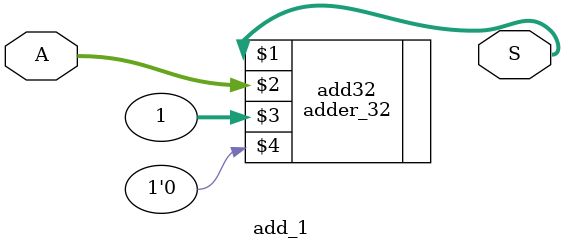
<source format=v>
module add_1 (S,A);
	input [31:0] A;
	output [31:0] S;
	adder_32 add32(S,A,32'b0000_0000_0000_0000_0000_0000_0000_0001,1'b0);
endmodule 
</source>
